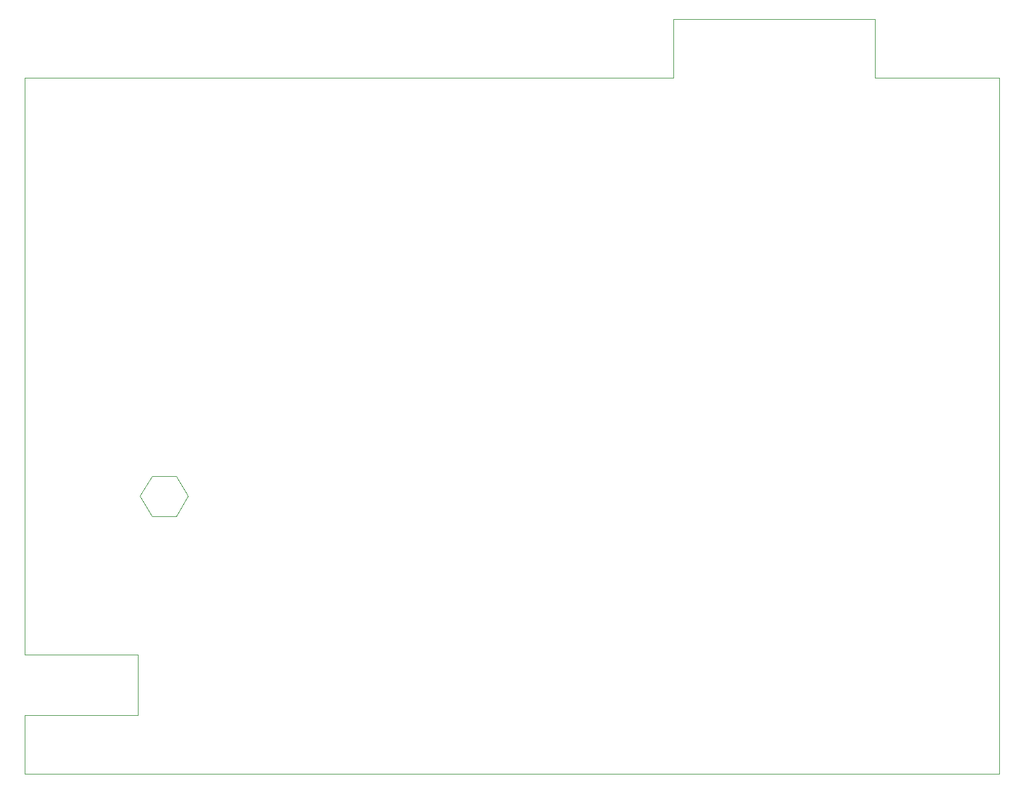
<source format=gbr>
%TF.GenerationSoftware,KiCad,Pcbnew,(7.0.0-0)*%
%TF.CreationDate,2023-03-19T23:48:32+09:00*%
%TF.ProjectId,11111_pcb,31313131-315f-4706-9362-2e6b69636164,rev?*%
%TF.SameCoordinates,Original*%
%TF.FileFunction,Profile,NP*%
%FSLAX46Y46*%
G04 Gerber Fmt 4.6, Leading zero omitted, Abs format (unit mm)*
G04 Created by KiCad (PCBNEW (7.0.0-0)) date 2023-03-19 23:48:32*
%MOMM*%
%LPD*%
G01*
G04 APERTURE LIST*
%TA.AperFunction,Profile*%
%ADD10C,0.100000*%
%TD*%
%TA.AperFunction,Profile*%
%ADD11C,0.050000*%
%TD*%
G04 APERTURE END LIST*
D10*
X145600000Y-28400000D02*
X162640000Y-28400000D01*
X29200000Y-123800000D02*
X162640000Y-123800000D01*
X29200000Y-123800000D02*
X29200000Y-115800000D01*
X44720000Y-107500000D02*
X44720000Y-115800000D01*
X29200000Y-107500000D02*
X44720000Y-107500000D01*
X118000000Y-20320000D02*
X118000000Y-28400000D01*
X145600000Y-20320000D02*
X145600000Y-28400000D01*
X162640000Y-28400000D02*
X162640000Y-123800000D01*
X29200000Y-28400000D02*
X118000000Y-28400000D01*
X29200000Y-28400000D02*
X29200000Y-107500000D01*
X118000000Y-20320000D02*
X145600000Y-20320000D01*
X44720000Y-115800000D02*
X29200000Y-115800000D01*
D11*
%TO.C,REF\u002A\u002A*%
X44943400Y-85750000D02*
X46601700Y-88500000D01*
X46601700Y-83000000D02*
X44943400Y-85750000D01*
X49918300Y-83000000D02*
X46601700Y-83000000D01*
X49918300Y-83000000D02*
X51576600Y-85750000D01*
X49918300Y-88500000D02*
X46601700Y-88500000D01*
X51576600Y-85750000D02*
X49918300Y-88500000D01*
%TD*%
M02*

</source>
